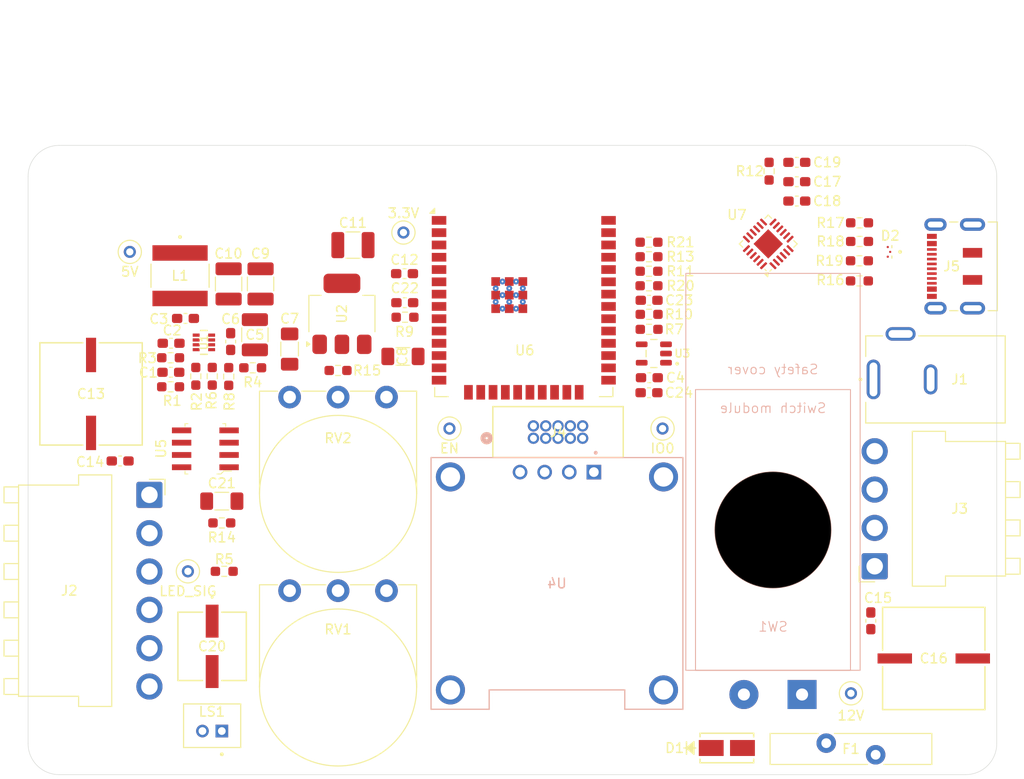
<source format=kicad_pcb>
(kicad_pcb (version 20241229) (generator "pcbnew") (generator_version "9.0")
  (title_block (title "LumenLab") (date "2025-10-03") (rev "v2") (comment 2 "             for retro gaming and visual animations.") (comment 3 "Description: An interactive LED strip entertainment platform") (comment 4 "Author: Eric McDaniel"))
  (layers (0 "F.Cu" mixed "Front") (2 "B.Cu" power "Back") (13 "F.Paste" user) (15 "B.Paste" user) (5 "F.SilkS" user "F.Silkscreen") (7 "B.SilkS" user "B.Silkscreen") (1 "F.Mask" user) (3 "B.Mask" user) (25 "Edge.Cuts" user))
  (net 0 "")
  (net 1 "Net-(C1-Pad1)")
  (net 2 "+5V")
  (net 3 "GND")
  (net 4 "+12V")
  (net 5 "/BUCK_BST")
  (net 6 "/BUCK_SS")
  (net 7 "+3.3V")
  (net 8 "/BUCK_FB")
  (net 9 "/BUCK_PG")
  (net 10 "/BUCK_EN")
  (net 11 "/BUCK_SW")
  (net 12 "/FUSE")
  (net 13 "Net-(U7-~{RST})")
  (net 14 "/ESP32_GPIO0")
  (net 15 "/LED_DIN")
  (net 16 "Net-(U3-Y)")
  (net 17 "Net-(U3-A)")
  (net 18 "/ESP32_GPIO18")
  (net 19 "/ESP32_GPIO34")
  (net 20 "/AMP_IN")
  (net 21 "/ESP32_EN")
  (net 22 "Net-(C20-Pad1)")
  (net 23 "/ESP32_GPIO14")
  (net 24 "/ESP32_GPIO15")
  (net 25 "/ESP32_GPIO25")
  (net 26 "/DATA-")
  (net 27 "/DATA+")
  (net 29 "Net-(C21-Pad2)")
  (net 31 "/ESP32_GPIO21")
  (net 32 "Net-(SW1-A)")
  (net 33 "/ESP32_GPIO12")
  (net 34 "/ESP32_GPIO13")
  (net 36 "/ESP32_GPIO22")
  (net 43 "Net-(J5-CC2)")
  (net 44 "Net-(J5-CC1)")
  (net 45 "Net-(C20-Pad2)")
  (net 48 "/ESP32_TX")
  (net 49 "Net-(U7-~{RTS})")
  (net 50 "Net-(U7-~{DTR})")
  (net 51 "/ESP32_RX")
  (net 52 "Net-(U7-TXD)")
  (net 53 "Net-(U7-RXD)")
  (net 54 "Net-(R15-Pad1)")
  (net 65 "Net-(D2-Pad2)")
  (net 66 "Net-(D2-Pad3)")
  (net 94 "Net-(U4-SDA)")
  (net 95 "Net-(U4-SCL)")
  (footprint "Resistor_SMD:R_0603_1608Metric_Pad0.98x0.95mm_HandSolder" (layer "F.Cu") (at 164.1 81.5 180)
    (property "Reference" "R13" (at -3.25 0 0) (layer "F.SilkS"))
    (property "Value" "1K" (hide yes))
    (pad "1" smd roundrect (at -0.9125 0 180) (size 0.975 0.95) (layers "F.Cu" "F.Mask" "F.Paste") (net 53 "Net-(U7-RXD)"))
    (pad "2" smd roundrect (at 0.9125 0 180) (size 0.975 0.95) (layers "F.Cu" "F.Mask" "F.Paste") (net 48 "/ESP32_TX"))
  )
  (footprint "2_Vendor_1264EY:IND_1264EY-6R8M=P3" (layer "F.Cu") (at 115.6875 83.4625 -90)
    (property "Reference" "L1" (at 0 0 180) (layer "F.SilkS"))
    (property "Value" "6.8uH" (hide yes))
    (pad "1" smd rect (at -2.35 0 270) (size 1.6 5.7) (layers "F.Cu" "F.Mask" "F.Paste") (net 2 "+5V"))
    (pad "2" smd rect (at 2.35 0 270) (size 1.6 5.7) (layers "F.Cu" "F.Mask" "F.Paste") (net 11 "/BUCK_SW"))
  )
  (footprint "Resistor_SMD:R_0603_1608Metric_Pad0.98x0.95mm_HandSolder" (layer "F.Cu") (at 185.8375 79.92 180)
    (property "Reference" "R18" (at 3 0 0) (layer "F.SilkS"))
    (property "Value" "22" (hide yes))
    (pad "1" smd roundrect (at -0.9125 0 180) (size 0.975 0.95) (layers "F.Cu" "F.Mask" "F.Paste") (net 65 "Net-(D2-Pad2)"))
    (pad "2" smd roundrect (at 0.9125 0 180) (size 0.975 0.95) (layers "F.Cu" "F.Mask" "F.Paste") (net 26 "/DATA-"))
  )
  (footprint "Capacitor_SMD:C_1206_3216Metric_Pad1.33x1.80mm_HandSolder" (layer "F.Cu") (at 138.7 91.8)
    (property "Reference" "C8" (at -0.0625 0 90) (layer "F.SilkS"))
    (property "Value" "4.7uF" (hide yes))
    (pad "1" smd roundrect (at -1.5625 0) (size 1.325 1.8) (layers "F.Cu" "F.Mask" "F.Paste") (roundrect_rratio 0.188679) (net 7 "+3.3V"))
    (pad "2" smd roundrect (at 1.5625 0) (size 1.325 1.8) (layers "F.Cu" "F.Mask" "F.Paste") (roundrect_rratio 0.188679) (net 3 "GND"))
  )
  (footprint "2_Vendor_BarrelJack:2_Vendor_BarrelJack" (layer "F.Cu") (at 193.175 94.175 90)
    (property "Reference" "J1" (at 0 3 180) (layer "F.SilkS"))
    (property "Value" "2.1mm Barrel Jack" (hide yes))
    (pad "1" thru_hole oval (at 0 -5.9 90) (size 4.1 1.4) (drill oval 3.5 0.8) (layers "*.Cu" "*.Mask") (net 32 "Net-(SW1-A)"))
    (pad "2" thru_hole oval (at 0 0 90) (size 3.1 1.4) (drill oval 2.5 0.8) (layers "*.Cu" "*.Mask") (net 3 "GND"))
    (pad "3" thru_hole oval (at 4.7 -3.1 90) (size 1.4 3.1) (drill oval 0.8 2.5) (layers "*.Cu" "*.Mask") (net 3 "GND"))
  )
  (footprint "2_Vendor_10TZV220M6:CAP_J-V_6P3X8_RUB-M" (layer "F.Cu") (at 119 121.75 -90)
    (property "Reference" "C20" (at 0 0 0) (layer "F.SilkS"))
    (property "Value" "250uF" (hide yes))
    (pad "1" smd rect (at -2.6035 0 270) (size 3.4036 1.3208) (layers "F.Cu" "F.Mask" "F.Paste") (net 22 "Net-(C20-Pad1)"))
    (pad "2" smd rect (at 2.6035 0 270) (size 3.4036 1.3208) (layers "F.Cu" "F.Mask" "F.Paste") (net 45 "Net-(C20-Pad2)"))
  )
  (footprint "Resistor_SMD:R_0603_1608Metric_Pad0.98x0.95mm_HandSolder" (layer "F.Cu") (at 176.5 72.6625 -90)
    (property "Reference" "R12" (at 0 2 180) (layer "F.SilkS"))
    (property "Value" "10K" (hide yes))
    (pad "1" smd roundrect (at -0.9125 0 270) (size 0.975 0.95) (layers "F.Cu" "F.Mask" "F.Paste") (net 13 "Net-(U7-~{RST})"))
    (pad "2" smd roundrect (at 0.9125 0 270) (size 0.975 0.95) (layers "F.Cu" "F.Mask" "F.Paste") (net 7 "+3.3V"))
  )
  (footprint "TestPoint:TestPoint_THTPad_D2.0mm_Drill1.0mm" (layer "F.Cu") (at 116.5 114)
    (property "Reference" "TP6" (hide yes))
    (property "Value" "LED_SIG" (at 0 2.05 0) (layer "F.SilkS"))
    (pad "1" thru_hole circle (at 0 0) (size 1.25 1.25) (drill 0.75) (layers "*.Cu" "*.Mask") (net 15 "/LED_DIN"))
  )
  (footprint "Capacitor_SMD:C_0603_1608Metric_Pad1.08x0.95mm_HandSolder" (layer "F.Cu") (at 179.3625 73.75)
    (property "Reference" "C17" (at 3.1375 0 180) (layer "F.SilkS"))
    (property "Value" "0.1uF" (hide yes))
    (pad "1" smd roundrect (at -0.8625 0) (size 1.075 0.95) (layers "F.Cu" "F.Mask" "F.Paste") (net 7 "+3.3V"))
    (pad "2" smd roundrect (at 0.8625 0) (size 1.075 0.95) (layers "F.Cu" "F.Mask" "F.Paste") (net 3 "GND"))
  )
  (footprint "Resistor_SMD:R_0603_1608Metric_Pad0.98x0.95mm_HandSolder" (layer "F.Cu") (at 185.825 81.92 180)
    (property "Reference" "R19" (at 3.0875 0 0) (layer "F.SilkS"))
    (property "Value" "22" (hide yes))
    (pad "1" smd roundrect (at -0.9125 0 180) (size 0.975 0.95) (layers "F.Cu" "F.Mask" "F.Paste") (net 66 "Net-(D2-Pad3)"))
    (pad "2" smd roundrect (at 0.9125 0 180) (size 0.975 0.95) (layers "F.Cu" "F.Mask" "F.Paste") (net 27 "/DATA+"))
  )
  (footprint "Capacitor_SMD:C_0603_1608Metric_Pad1.08x0.95mm_HandSolder" (layer "F.Cu") (at 164.1125 86 180)
    (property "Reference" "C23" (at -3.1125 0 0) (layer "F.SilkS"))
    (property "Value" "0.1uF" (hide yes))
    (pad "1" smd roundrect (at -0.8625 0 180) (size 1.075 0.95) (layers "F.Cu" "F.Mask" "F.Paste") (net 50 "Net-(U7-~{DTR})"))
    (pad "2" smd roundrect (at 0.8625 0 180) (size 1.075 0.95) (layers "F.Cu" "F.Mask" "F.Paste") (net 14 "/ESP32_GPIO0"))
  )
  (footprint "RF_Module:ESP32-WROOM-32E" (layer "F.Cu") (at 151.175 83.005)
    (property "Reference" "U6" (at -1 8.17 180) (layer "F.SilkS") (effects (justify left)))
    (property "Value" "ESP32-WROOM-32E" (hide yes))
    (pad "1" smd rect (at -8.75 -5.26) (size 1.5 0.9) (layers "F.Cu" "F.Mask" "F.Paste") (net 3 "GND"))
    (pad "2" smd rect (at -8.75 -3.99) (size 1.5 0.9) (layers "F.Cu" "F.Mask" "F.Paste") (net 7 "+3.3V"))
    (pad "3" smd rect (at -8.75 -2.72) (size 1.5 0.9) (layers "F.Cu" "F.Mask" "F.Paste") (net 21 "/ESP32_EN"))
    (pad "4" smd rect (at -8.75 -1.45) (size 1.5 0.9) (layers "F.Cu" "F.Mask" "F.Paste"))
    (pad "5" smd rect (at -8.75 -0.18) (size 1.5 0.9) (layers "F.Cu" "F.Mask" "F.Paste"))
    (pad "6" smd rect (at -8.75 1.09) (size 1.5 0.9) (layers "F.Cu" "F.Mask" "F.Paste") (net 19 "/ESP32_GPIO34"))
    (pad "7" smd rect (at -8.75 2.36) (size 1.5 0.9) (layers "F.Cu" "F.Mask" "F.Paste"))
    (pad "8" smd rect (at -8.75 3.63) (size 1.5 0.9) (layers "F.Cu" "F.Mask" "F.Paste"))
    (pad "9" smd rect (at -8.75 4.9) (size 1.5 0.9) (layers "F.Cu" "F.Mask" "F.Paste"))
    (pad "10" smd rect (at -8.75 6.17) (size 1.5 0.9) (layers "F.Cu" "F.Mask" "F.Paste") (net 25 "/ESP32_GPIO25"))
    (pad "11" smd rect (at -8.75 7.44) (size 1.5 0.9) (layers "F.Cu" "F.Mask" "F.Paste"))
    (pad "12" smd rect (at -8.75 8.71) (size 1.5 0.9) (layers "F.Cu" "F.Mask" "F.Paste"))
    (pad "13" smd rect (at -8.75 9.98) (size 1.5 0.9) (layers "F.Cu" "F.Mask" "F.Paste") (net 23 "/ESP32_GPIO14"))
    (pad "14" smd rect (at -8.75 11.25) (size 1.5 0.9) (layers "F.Cu" "F.Mask" "F.Paste") (net 33 "/ESP32_GPIO12"))
    (pad "15" smd rect (at -5.715 12.5 90) (size 1.5 0.9) (layers "F.Cu" "F.Mask" "F.Paste") (net 3 "GND"))
    (pad "16" smd rect (at -4.445 12.5 90) (size 1.5 0.9) (layers "F.Cu" "F.Mask" "F.Paste") (net 34 "/ESP32_GPIO13"))
    (pad "17" smd rect (at -3.175 12.5 90) (size 1.5 0.9) (layers "F.Cu" "F.Mask" "F.Paste"))
    (pad "18" smd rect (at -1.905 12.5 90) (size 1.5 0.9) (layers "F.Cu" "F.Mask" "F.Paste"))
    (pad "19" smd rect (at -0.635 12.5 90) (size 1.5 0.9) (layers "F.Cu" "F.Mask" "F.Paste"))
    (pad "20" smd rect (at 0.635 12.5 90) (size 1.5 0.9) (layers "F.Cu" "F.Mask" "F.Paste"))
    (pad "21" smd rect (at 1.905 12.5 90) (size 1.5 0.9) (layers "F.Cu" "F.Mask" "F.Paste"))
    (pad "22" smd rect (at 3.175 12.5 90) (size 1.5 0.9) (layers "F.Cu" "F.Mask" "F.Paste"))
    (pad "23" smd rect (at 4.445 12.5 90) (size 1.5 0.9) (layers "F.Cu" "F.Mask" "F.Paste") (net 24 "/ESP32_GPIO15"))
    (pad "24" smd rect (at 5.715 12.5 90) (size 1.5 0.9) (layers "F.Cu" "F.Mask" "F.Paste"))
    (pad "25" smd rect (at 8.75 11.25) (size 1.5 0.9) (layers "F.Cu" "F.Mask" "F.Paste") (net 14 "/ESP32_GPIO0"))
    (pad "26" smd rect (at 8.75 9.98) (size 1.5 0.9) (layers "F.Cu" "F.Mask" "F.Paste"))
    (pad "27" smd rect (at 8.75 8.71) (size 1.5 0.9) (layers "F.Cu" "F.Mask" "F.Paste"))
    (pad "28" smd rect (at 8.75 7.44) (size 1.5 0.9) (layers "F.Cu" "F.Mask" "F.Paste"))
    (pad "29" smd rect (at 8.75 6.17) (size 1.5 0.9) (layers "F.Cu" "F.Mask" "F.Paste"))
    (pad "30" smd rect (at 8.75 4.9) (size 1.5 0.9) (layers "F.Cu" "F.Mask" "F.Paste") (net 18 "/ESP32_GPIO18"))
    (pad "31" smd rect (at 8.75 3.63) (size 1.5 0.9) (layers "F.Cu" "F.Mask" "F.Paste"))
    (pad "32" smd rect (at 8.75 2.36) (size 1.5 0.9) (layers "F.Cu" "F.Mask" "F.Paste"))
    (pad "33" smd rect (at 8.75 1.09) (size 1.5 0.9) (layers "F.Cu" "F.Mask" "F.Paste") (net 31 "/ESP32_GPIO21"))
    (pad "34" smd rect (at 8.75 -0.18) (size 1.5 0.9) (layers "F.Cu" "F.Mask" "F.Paste") (net 51 "/ESP32_RX"))
    (pad "35" smd rect (at 8.75 -1.45) (size 1.5 0.9) (layers "F.Cu" "F.Mask" "F.Paste") (net 48 "/ESP32_TX"))
    (pad "36" smd rect (at 8.75 -2.72) (size 1.5 0.9) (layers "F.Cu" "F.Mask" "F.Paste") (net 36 "/ESP32_GPIO22"))
    (pad "37" smd rect (at 8.75 -3.99) (size 1.5 0.9) (layers "F.Cu" "F.Mask" "F.Paste"))
    (pad "38" smd rect (at 8.75 -5.26) (size 1.5 0.9) (layers "F.Cu" "F.Mask" "F.Paste") (net 3 "GND"))
    (pad "39" smd rect (at -2.9 1.06) (size 0.9 0.9) (property pad_prop_heatsink) (layers "F.Cu" "F.Mask" "F.Paste") (net 3 "GND"))
    (pad "39" thru_hole circle (at -2.9 1.76) (size 0.6 0.6) (drill 0.2) (property pad_prop_heatsink) (layers "*.Cu" "*.Mask") (net 3 "GND"))
    (pad "39" smd rect (at -2.9 2.46) (size 0.9 0.9) (property pad_prop_heatsink) (layers "F.Cu" "F.Mask" "F.Paste") (net 3 "GND"))
    (pad "39" thru_hole circle (at -2.9 3.16) (size 0.6 0.6) (drill 0.2) (property pad_prop_heatsink) (layers "*.Cu" "*.Mask") (net 3 "GND"))
    (pad "39" smd rect (at -2.9 3.86) (size 0.9 0.9) (property pad_prop_heatsink) (layers "F.Cu" "F.Mask" "F.Paste") (net 3 "GND"))
    (pad "39" thru_hole circle (at -2.2 1.06) (size 0.6 0.6) (drill 0.2) (property pad_prop_heatsink) (layers "*.Cu" "*.Mask") (net 3 "GND"))
    (pad "39" thru_hole circle (at -2.2 2.46) (size 0.6 0.6) (drill 0.2) (property pad_prop_heatsink) (layers "*.Cu" "*.Mask") (net 3 "GND"))
    (pad "39" thru_hole circle (at -2.2 3.86) (size 0.6 0.6) (drill 0.2) (property pad_prop_heatsink) (layers "*.Cu" "*.Mask") (net 3 "GND"))
    (pad "39" smd rect (at -1.5 1.06) (size 0.9 0.9) (property pad_prop_heatsink) (layers "F.Cu" "F.Mask" "F.Paste") (net 3 "GND"))
    (pad "39" thru_hole circle (at -1.5 1.76) (size 0.6 0.6) (drill 0.2) (property pad_prop_heatsink) (layers "*.Cu" "*.Mask") (net 3 "GND"))
    (pad "39" smd rect (at -1.5 2.46) (size 0.9 0.9) (property pad_prop_heatsink) (layers "F.Cu" "F.Mask" "F.Paste") (net 3 "GND"))
    (pad "39" thru_hole circle (at -1.5 3.16) (size 0.6 0.6) (drill 0.2) (property pad_prop_heatsink) (layers "*.Cu" "*.Mask") (net 3 "GND"))
    (pad "39" smd rect (at -1.5 3.86) (size 0.9 0.9) (property pad_prop_heatsink) (layers "F.Cu" "F.Mask" "F.Paste") (net 3 "GND"))
    (pad "39" thru_hole circle (at -0.8 1.06) (size 0.6 0.6) (drill 0.2) (property pad_prop_heatsink) (layers "*.Cu" "*.Mask") (net 3 "GND"))
    (pad "39" thru_hole circle (at -0.8 2.46) (size 0.6 0.6) (drill 0.2) (property pad_prop_heatsink) (layers "*.Cu" "*.Mask") (net 3 "GND"))
    (pad "39" thru_hole circle (at -0.8 3.86) (size 0.6 0.6) (drill 0.2) (property pad_prop_heatsink) (layers "*.Cu" "*.Mask") (net 3 "GND"))
    (pad "39" smd rect (at -0.1 1.06) (size 0.9 0.9) (property pad_prop_heatsink) (layers "F.Cu" "F.Mask" "F.Paste") (net 3 "GND"))
    (pad "39" thru_hole circle (at -0.1 1.76) (size 0.6 0.6) (drill 0.2) (property pad_prop_heatsink) (layers "*.Cu" "*.Mask") (net 3 "GND"))
    (pad "39" smd rect (at -0.1 2.46) (size 0.9 0.9) (property pad_prop_heatsink) (layers "F.Cu" "F.Mask" "F.Paste") (net 3 "GND"))
    (pad "39" thru_hole circle (at -0.1 3.16) (size 0.6 0.6) (drill 0.2) (property pad_prop_heatsink) (layers "*.Cu" "*.Mask") (net 3 "GND"))
    (pad "39" smd rect (at -0.1 3.86) (size 0.9 0.9) (property pad_prop_heatsink) (layers "F.Cu" "F.Mask" "F.Paste") (net 3 "GND"))
  )
  (footprint "2_Vendor_EMZS250ARA102:CAP_JA0_NIP" (layer "F.Cu") (at 193.5 123)
    (property "Reference" "C16" (at 0 0 0) (layer "F.SilkS"))
    (property "Value" "1000uF" (hide yes))
    (pad "1" smd rect (at -4.0259 0) (size 3.556 1.0414) (layers "F.Cu" "F.Mask" "F.Paste") (net 4 "+12V"))
    (pad "2" smd rect (at 4.0259 0) (size 3.556 1.0414) (layers "F.Cu" "F.Mask" "F.Paste") (net 3 "GND"))
  )
  (footprint "Resistor_SMD:R_0603_1608Metric_Pad0.98x0.95mm_HandSolder" (layer "F.Cu") (at 114.7125 94.9375 180)
    (property "Reference" "R1" (at -0.1625 -1.45 180) (layer "F.SilkS"))
    (property "Value" "90.9K" (hide yes))
    (pad "1" smd roundrect (at -0.9125 0 180) (size 0.975 0.95) (layers "F.Cu" "F.Mask" "F.Paste") (net 1 "Net-(C1-Pad1)"))
    (pad "2" smd roundrect (at 0.9125 0 180) (size 0.975 0.95) (layers "F.Cu" "F.Mask" "F.Paste") (net 2 "+5V"))
  )
  (footprint "2_Vendor_JTAG_Header:JTAG-header" (layer "F.Cu") (at 152.17 100.25)
    (property "Reference" "J4" (at 2.54 -0.635 0) (layer "F.SilkS"))
    (property "Value" "JTAG")
    (pad "1" thru_hole circle (at 0 0) (size 1.1684 1.1684) (drill 0.7112) (layers "*.Cu" "*.Mask") (net 7 "+3.3V"))
    (pad "2" thru_hole circle (at 0 -1.27) (size 1.1684 1.1684) (drill 0.7112) (layers "*.Cu" "*.Mask") (net 23 "/ESP32_GPIO14"))
    (pad "3" thru_hole circle (at 1.27 0) (size 1.1684 1.1684) (drill 0.7112) (layers "*.Cu" "*.Mask") (net 3 "GND"))
    (pad "4" thru_hole circle (at 1.27 -1.27) (size 1.1684 1.1684) (drill 0.7112) (layers "*.Cu" "*.Mask") (net 34 "/ESP32_GPIO13"))
    (pad "5" thru_hole circle (at 2.54 0) (size 1.1684 1.1684) (drill 0.7112) (layers "*.Cu" "*.Mask") (net 3 "GND"))
    (pad "6" thru_hole circle (at 2.54 -1.27) (size 1.1684 1.1684) (drill 0.7112) (layers "*.Cu" "*.Mask") (net 24 "/ESP32_GPIO15"))
    (pad "7" thru_hole circle (at 3.81 0) (size 1.1684 1.1684) (drill 0.7112) (layers "*.Cu" "*.Mask") (net 3 "GND"))
    (pad "8" thru_hole circle (at 3.81 -1.27) (size 1.1684 1.1684) (drill 0.7112) (layers "*.Cu" "*.Mask") (net 33 "/ESP32_GPIO12"))
    (pad "9" thru_hole circle (at 5.08 0) (size 1.1684 1.1684) (drill 0.7112) (layers "*.Cu" "*.Mask") (net 3 "GND"))
    (pad "10" thru_hole circle (at 5.08 -1.27) (size 1.1684 1.1684) (drill 0.7112) (layers "*.Cu" "*.Mask"))
  )
  (footprint "Resistor_SMD:R_0603_1608Metric_Pad0.98x0.95mm_HandSolder" (layer "F.Cu") (at 164.1 80)
    (property "Reference" "R21" (at 3.25 0 0) (layer "F.SilkS"))
    (property "Value" "4.7K" (hide yes))
    (pad "1" smd roundrect (at -0.9125 0) (size 0.975 0.95) (layers "F.Cu" "F.Mask" "F.Paste") (net 36 "/ESP32_GPIO22"))
    (pad "2" smd roundrect (at 0.9125 0) (size 0.975 0.95) (layers "F.Cu" "F.Mask" "F.Paste") (net 95 "Net-(U4-SCL)"))
  )
  (footprint "Package_TO_SOT_SMD:SOT-223-3_TabPin2" (layer "F.Cu") (at 132.4 87.4 90)
    (property "Reference" "U2" (at 0 0 90) (layer "F.SilkS"))
    (property "Value" "AP7361C-33E" (hide yes))
    (pad "1" smd roundrect (at -3.15 -2.3 90) (size 2 1.5) (layers "F.Cu" "F.Mask" "F.Paste") (net 2 "+5V"))
    (pad "2" smd roundrect (at -3.15 0 90) (size 2 1.5) (layers "F.Cu" "F.Mask" "F.Paste") (net 3 "GND"))
    (pad "2" smd roundrect (at 3.15 0 90) (size 2 3.8) (layers "F.Cu" "F.Mask" "F.Paste") (net 3 "GND"))
    (pad "3" smd roundrect (at -3.15 2.3 90) (size 2 1.5) (layers "F.Cu" "F.Mask" "F.Paste") (net 7 "+3.3V"))
  )
  (footprint "MountingHole:MountingHole_3.2mm_M3" (layer "F.Cu") (at 197.175 73)
    (property "Reference" "H1" (hide yes))
    (property "Value" "MountingHole" (hide yes))
    (pad "" np_thru_hole circle (at 0 0) (size 3.2 3.2) (drill 3.2) (layers "*.Cu" "*.Mask"))
  )
  (footprint "Resistor_SMD:R_0603_1608Metric_Pad0.98x0.95mm_HandSolder" (layer "F.Cu") (at 120.7125 93.875 -90)
    (property "Reference" "R8" (at 2.6 -0.075 90) (layer "F.SilkS"))
    (property "Value" "49.9K" (hide yes))
    (pad "1" smd roundrect (at -0.9125 0 270) (size 0.975 0.95) (layers "F.Cu" "F.Mask" "F.Paste") (net 10 "/BUCK_EN"))
    (pad "2" smd roundrect (at 0.9125 0 270) (size 0.975 0.95) (layers "F.Cu" "F.Mask" "F.Paste") (net 3 "GND"))
  )
  (footprint "Connector_JST:JST_VH_B4PS-VH_1x04_P3.96mm_Horizontal" (layer "F.Cu") (at 187.4 113.475 90)
    (property "Reference" "J3" (at 5.94 8.775 180) (layer "F.SilkS"))
    (property "Value" "01x04" (hide yes))
    (pad "1" thru_hole roundrect (at 0 0 90) (size 2.7 2.7) (drill 1.7) (layers "*.Cu" "*.Mask") (roundrect_rratio 0.092593) (net 4 "+12V"))
    (pad "2" thru_hole circle (at 3.96 0 90) (size 2.7 2.7) (drill 1.7) (layers "*.Cu" "*.Mask") (net 4 "+12V"))
    (pad "3" thru_hole circle (at 7.92 0 90) (size 2.7 2.7) (drill 1.7) (layers "*.Cu" "*.Mask") (net 3 "GND"))
    (pad "4" thru_hole circle (at 11.88 0 90) (size 2.7 2.7) (drill 1.7) (layers "*.Cu" "*.Mask") (net 3 "GND"))
  )
  (footprint "Capacitor_SMD:C_0603_1608Metric_Pad1.08x0.95mm_HandSolder" (layer "F.Cu") (at 138.8875 86.25)
    (property "Reference" "C22" (at 0 -1.5 0) (layer "F.SilkS"))
    (property "Value" "0.1uF" (hide yes))
    (pad "1" smd roundrect (at -0.8625 0) (size 1.075 0.95) (layers "F.Cu" "F.Mask" "F.Paste") (net 49 "Net-(U7-~{RTS})"))
    (pad "2" smd roundrect (at 0.8625 0) (size 1.075 0.95) (layers "F.Cu" "F.Mask" "F.Paste") (net 21 "/ESP32_EN"))
  )
  (footprint "Resistor_SMD:R_0603_1608Metric_Pad0.98x0.95mm_HandSolder" (layer "F.Cu") (at 185.825 84 180)
    (property "Reference" "R16" (at 3 0.0875 0) (layer "F.SilkS"))
    (property "Value" "5.1K" (hide yes))
    (pad "1" smd roundrect (at -0.9125 0 180) (size 0.975 0.95) (layers "F.Cu" "F.Mask" "F.Paste") (net 44 "Net-(J5-CC1)"))
    (pad "2" smd roundrect (at 0.9125 0 180) (size 0.975 0.95) (layers "F.Cu" "F.Mask" "F.Paste") (net 3 "GND"))
  )
  (footprint "Capacitor_SMD:C_0603_1608Metric_Pad1.08x0.95mm_HandSolder" (layer "F.Cu") (at 164.1 95.55)
    (property "Reference" "C24" (at 3.1 0 0) (layer "F.SilkS"))
    (property "Value" "0.1uF" (hide yes))
    (pad "1" smd roundrect (at -0.8625 0) (size 1.075 0.95) (layers "F.Cu" "F.Mask" "F.Paste") (net 2 "+5V"))
    (pad "2" smd roundrect (at 0.8625 0) (size 1.075 0.95) (layers "F.Cu" "F.Mask" "F.Paste") (net 3 "GND"))
  )
  (footprint "Capacitor_SMD:C_1206_3216Metric_Pad1.33x1.80mm_HandSolder" (layer "F.Cu") (at 120 106.75)
    (property "Reference" "C21" (at 0 -1.85 0) (layer "F.SilkS"))
    (property "Value" "0.05uF" (hide yes))
    (pad "1" smd roundrect (at -1.5625 0) (size 1.325 1.8) (layers "F.Cu" "F.Mask" "F.Paste") (roundrect_rratio 0.188679) (net 22 "Net-(C20-Pad1)"))
    (pad "2" smd roundrect (at 1.5625 0) (size 1.325 1.8) (layers "F.Cu" "F.Mask" "F.Paste") (roundrect_rratio 0.188679) (net 29 "Net-(C21-Pad2)"))
  )
  (footprint "TestPoint:TestPoint_THTPad_D2.0mm_Drill1.0mm" (layer "F.Cu") (at 165.5 99.25)
    (property "Reference" "TP3" (hide yes))
    (property "Value" "IO0" (at 0 2.05 0) (layer "F.SilkS"))
    (pad "1" thru_hole circle (at 0 0) (size 1.25 1.25) (drill 0.75) (layers "*.Cu" "*.Mask") (net 14 "/ESP32_GPIO0"))
  )
  (footprint "Capacitor_SMD:C_1210_3225Metric_Pad1.33x2.70mm_HandSolder" (layer "F.Cu") (at 120.7 84.3125 -90)
    (property "Reference" "C10" (at -3.1375 0.0125 0) (layer "F.SilkS"))
    (property "Value" "22uF" (hide yes))
    (pad "1" smd roundrect (at -1.5625 0 270) (size 1.325 2.7) (layers "F.Cu" "F.Mask" "F.Paste") (roundrect_rratio 0.188679) (net 2 "+5V"))
    (pad "2" smd roundrect (at 1.5625 0 270) (size 1.325 2.7) (layers "F.Cu" "F.Mask" "F.Paste") (roundrect_rratio 0.188679) (net 3 "GND"))
  )
  (footprint "Package_DFN_QFN:QFN-24-1EP_4x4mm_P0.5mm_EP2.15x2.15mm" (layer "F.Cu") (at 176.411325 80.175 135)
    (property "Reference" "U7" (at 4.409748 -0.167107 180) (layer "F.SilkS"))
    (property "Value" "CP2102N-Axx-xQFN24" (hide yes))
    (pad "1" smd roundrect (at -1.9375 -1.25 135) (size 0.875 0.25) (layers "F.Cu" "F.Mask" "F.Paste"))
    (pad "2" smd roundrect (at -1.937499 -0.75 135) (size 0.875 0.25) (layers "F.Cu" "F.Mask" "F.Paste") (net 3 "GND"))
    (pad "3" smd roundrect (at -1.9375 -0.25 135) (size 0.875 0.25) (layers "F.Cu" "F.Mask" "F.Paste") (net 27 "/DATA+"))
    (pad "4" smd roundrect (at -1.9375 0.25 135) (size 0.875 0.25) (layers "F.Cu" "F.Mask" "F.Paste") (net 26 "/DATA-"))
    (pad "5" smd roundrect (at -1.937499 0.75 135) (size 0.875 0.25) (layers "F.Cu" "F.Mask" "F.Paste") (net 7 "+3.3V"))
    (pad "6" smd roundrect (at -1.9375 1.25 135) (size 0.875 0.25) (layers "F.Cu" "F.Mask" "F.Paste") (net 7 "+3.3V"))
    (pad "7" smd roundrect (at -1.25 1.9375 135) (size 0.25 0.875) (layers "F.Cu" "F.Mask" "F.Paste"))
    (pad "8" smd roundrect (at -0.75 1.937499 135) (size 0.25 0.875) (layers "F.Cu" "F.Mask" "F.Paste") (net 2 "+5V"))
    (pad "9" smd roundrect (at -0.25 1.9375 135) (size 0.25 0.875) (layers "F.Cu" "F.Mask" "F.Paste") (net 13 "Net-(U7-~{RST})"))
    (pad "10" smd roundrect (at 0.25 1.9375 135) (size 0.25 0.875) (layers "F.Cu" "F.Mask" "F.Paste"))
    (pad "11" smd roundrect (at 0.75 1.937499 135) (size 0.25 0.875) (layers "F.Cu" "F.Mask" "F.Paste"))
    (pad "12" smd roundrect (at 1.25 1.9375 135) (size 0.25 0.875) (layers "F.Cu" "F.Mask" "F.Paste"))
    (pad "13" smd roundrect (at 1.9375 1.25 135) (size 0.875 0.25) (layers "F.Cu" "F.Mask" "F.Paste"))
    (pad "14" smd roundrect (at 1.937499 0.75 135) (size 0.875 0.25) (layers "F.Cu" "F.Mask" "F.Paste"))
    (pad "15" smd roundrect (at 1.9375 0.25 135) (size 0.875 0.25) (layers "F.Cu" "F.Mask" "F.Paste"))
    (pad "16" smd roundrect (at 1.9375 -0.25 135) (size 0.875 0.25) (layers "F.Cu" "F.Mask" "F.Paste"))
    (pad "17" smd roundrect (at 1.937499 -0.75 135) (size 0.875 0.25) (layers "F.Cu" "F.Mask" "F.Paste"))
    (pad "18" smd roundrect (at 1.9375 -1.25 135) (size 0.875 0.25) (layers "F.Cu" "F.Mask" "F.Paste"))
    (pad "19" smd roundrect (at 1.25 -1.9375 135) (size 0.25 0.875) (layers "F.Cu" "F.Mask" "F.Paste") (net 49 "Net-(U7-~{RTS})"))
    (pad "20" smd roundrect (at 0.75 -1.937499 135) (size 0.25 0.875) (layers "F.Cu" "F.Mask" "F.Paste") (net 53 "Net-(U7-RXD)"))
    (pad "21" smd roundrect (at 0.25 -1.9375 135) (size 0.25 0.875) (layers "F.Cu" "F.Mask" "F.Paste") (net 52 "Net-(U7-TXD)"))
    (pad "22" smd roundrect (at -0.25 -1.9375 135) (size 0.25 0.875) (layers "F.Cu" "F.Mask" "F.Paste"))
    (pad "23" smd roundrect (at -0.75 -1.937499 135) (size 0.25 0.875) (layers "F.Cu" "F.Mask" "F.Paste") (net 50 "Net-(U7-~{DTR})"))
    (pad "24" smd roundrect (at -1.25 -1.9375 135) (size 0.25 0.875) (layers "F.Cu" "F.Mask" "F.Paste"))
    (pad "25" smd rect (at 0 0 135) (size 2.15 2.15) (property pad_prop_heatsink) (layers "F.Cu" "F.Mask") (net 3 "GND"))
  )
  (footprint "Resistor_SMD:R_0603_1608Metric_Pad0.98x0.95mm_HandSolder" (layer "F.Cu") (at 120 109)
    (property "Reference" "R14" (at 0 1.5 0) (layer "F.SilkS"))
    (property "Value" "10" (hide yes))
    (pad "1" smd roundrect (at -0.9125 0) (size 0.975 0.95) (layers "F.Cu" "F.Mask" "F.Paste") (net 3 "GND"))
    (pad "2" smd roundrect (at 0.9125 0) (size 0.975 0.95) (layers "F.Cu" "F.Mask" "F.Paste") (net 29 "Net-(C21-Pad2)"))
  )
  (footprint "2_Custom_Potentiometer:Potentiometer" (layer "F.Cu") (at 127 96 -90)
    (property "Reference" "RV2" (at 4.25 -5 0) (layer "F.SilkS"))
    (property "Value" "10K LIN" (hide yes))
    (pad "" np_thru_hole circle (at 10 -5 270) (size 7.5 7.5) (drill 7.5) (layers "*.Cu" "*.Mask"))
    (pad "1" thru_hole circle (at 0 0 270) (size 2.34 2.34) (drill 1.3) (layers "*.Cu" "*.Mask") (net 3 "GND"))
    (pad "2" thru_hole circle (at 0 -5 270) (size 2.34 2.34) (drill 1.3) (layers "*.Cu" "*.Mask") (net 54 "Net-(R15-Pad1)"))
    (pad "3" thru_hole circle (at 0 -10 270) (size 2.34 2.34) (drill 1.3) (layers "*.Cu" "*.Mask") (net 7 "+3.3V"))
  )
  (footprint "Capacitor_SMD:C_0603_1608Metric_Pad1.08x0.95mm_HandSolder" (layer "F.Cu") (at 116.25 87.875)
    (property "Reference" "C3" (at -2.75 0.0625 180) (layer "F.SilkS"))
    (property "Value" "0.1uF" (hide yes))
    (pad "1" smd roundrect (at -0.8625 0) (size 1.075 0.95) (layers "F.Cu" "F.Mask" "F.Paste") (net 5 "/BUCK_BST"))
    (pad "2" smd roundrect (at 0.8625 0) (size 1.075 0.95) (layers "F.Cu" "F.Mask" "F.Paste") (net 11 "/BUCK_SW"))
  )
  (footprint "Resistor_SMD:R_0603_1608Metric_Pad0.98x0.95mm_HandSolder" (layer "F.Cu") (at 117.3125 93.85 -90)
    (property "Reference" "R2" (at 2.625 -0.1 270) (layer "F.SilkS"))
    (property "Value" "10K" (hide yes))
    (pad "1" smd roundrect (at -0.9125 0 270) (size 0.975 0.95) (layers "F.Cu" "F.Mask" "F.Paste") (net 8 "/BUCK_FB"))
    (pad "2" smd roundrect (at 0.9125 0 270) (size 0.975 0.95) (layers "F.Cu" "F.Mask" "F.Paste") (net 1 "Net-(C1-Pad1)"))
  )
  (footprint "Resistor_SMD:R_0603_1608Metric_Pad0.98x0.95mm_HandSolder" (layer "F.Cu") (at 138.9125 87.75)
    (property "Reference" "R9" (at -0.05 1.5 0) (layer "F.SilkS"))
    (property "Value" "10K" (hide yes))
    (pad "1" smd roundrect (at -0.9125 0) (size 0.975 0.95) (layers "F.Cu" "F.Mask" "F.Paste") (net 7 "+3.3V"))
    (pad "2" smd roundrect (at 0.9125 0) (size 0.975 0.95) (layers "F.Cu" "F.Mask" "F.Paste") (net 21 "/ESP32_EN"))
  )
  (footprint "Capacitor_SMD:C_0603_1608Metric_Pad1.08x0.95mm_HandSolder" (layer "F.Cu") (at 109.5 102.6)
    (property "Reference" "C14" (at -3.1 0.1 0) (layer "F.SilkS"))
    (property "Value" "0.1uF" (hide yes))
    (pad "1" smd roundrect (at -0.8625 0) (size 1.075 0.95) (layers "F.Cu" "F.Mask" "F.Paste") (net 4 "+12V"))
    (pad "2" smd roundrect (at 0.8625 0) (size 1.075 0.95) (layers "F.Cu" "F.Mask" "F.Paste") (net 3 "GND"))
  )
  (footprint "TestPoint:TestPoint_THTPad_D2.0mm_Drill1.0mm" (layer "F.Cu") (at 184.95 126.6)
    (property "Reference" "TP1")
    (property "Value" "12V" (at 0 2.3 0) (layer "F.SilkS"))
    (pad "1" thru_hole circle (at 0 0) (size 1.25 1.25) (drill 0.75) (layers "*.Cu" "*.Mask") (net 4 "+12V"))
  )
  (footprint "TestPoint:TestPoint_THTPad_D2.0mm_Drill1.0mm" (layer "F.Cu") (at 138.75 79)
    (property "Reference" "TP4" (hide yes))
    (property "Value" "3.3V" (at 0 -2 0) (layer "F.SilkS"))
    (pad "1" thru_hole circle (at 0 0) (size 1.25 1.25) (drill 0.75) (layers "*.Cu" "*.Mask") (net 7 "+3.3V"))
  )
  (footprint "2_Custom_JST-AudioSpeaker:JST_B2B-PH-K-S" (layer "F.Cu") (at 119 129.95)
    (property "Reference" "LS1" (at -0.025 -1.45 0) (layer "F.SilkS"))
    (property "Value" "Speaker" (hide yes))
    (pad "1" thru_hole rect (at 1 0.55) (size 1.308 1.308) (drill 0.8) (layers "*.Cu" "*.Mask") (net 45 "Net-(C20-Pad2)"))
    (pad "2" thru_hole circle (at -1 0.55) (size 1.308 1.308) (drill 0.8) (layers "*.Cu" "*.Mask") (net 3 "GND"))
  )
  (footprint "Fuse:Fuse_Bourns_MF-RG1000" (layer "F.Cu") (at 182.4 131.75)
    (property "Reference" "F1" (at 2.55 0.6 0) (layer "F.SilkS"))
    (property "Value" "Polyfuse" (hide yes))
    (pad "1" thru_hole circle (at 0 0) (size 2.01 2.01) (drill 1.01) (layers "*.Cu" "*.Mask") (net 12 "/FUSE"))
    (pad "2" thru_hole circle (at 5.1 1.2) (size 2.01 2.01) (drill 1.01) (layers "*.Cu" "*.Mask") (net 4 "+12V"))
  )
  (footprint "Capacitor_SMD:C_0603_1608Metric_Pad1.08x0.95mm_HandSolder" (layer "F.Cu") (at 120.9125 90.2625 90)
    (property "Reference" "C6" (at 2.325 0 180) (layer "F.SilkS"))
    (property "Value" "0.1uF" (hide yes))
    (pad "1" smd roundrect (at -0.8625 0 90) (size 1.075 0.95) (layers "F.Cu" "F.Mask" "F.Paste") (net 4 "+12V"))
    (pad "2" smd roundrect (at 0.8625 0 90) (size 1.075 0.95) (layers "F.Cu" "F.Mask" "F.Paste") (net 3 "GND"))
  )
  (footprint "Capacitor_SMD:C_0603_1608Metric_Pad1.08x0.95mm_HandSolder" (layer "F.Cu") (at 114.7375 93.4375 180)
    (property "Reference" "C1" (at 2.325 -0.0375 180) (layer "F.SilkS"))
    (property "Value" "300pF" (hide yes))
    (pad "1" smd roundrect (at -0.8625 0 180) (size 1.075 0.95) (layers "F.Cu" "F.Mask" "F.Paste") (net 1 "Net-(C1-Pad1)"))
    (pad "2" smd roundrect (at 0.8625 0 180) (size 1.075 0.95) (layers "F.Cu" "F.Mask" "F.Paste") (net 2 "+5V"))
  )
  (footprint "Resistor_SMD:R_0603_1608Metric_Pad0.98x0.95mm_HandSolder" (layer "F.Cu") (at 114.7125 91.9375 180)
    (property "Reference" "R3" (at 2.4 -0.0375 180) (layer "F.SilkS"))
    (property "Value" "10K" (hide yes))
    (pad "1" smd roundrect (at -0.9125 0 180) (size 0.975 0.95) (layers "F.Cu" "F.Mask" "F.Paste") (net 1 "Net-(C1-Pad1)"))
    (pad "2" smd roundrect (at 0.9125 0 180) (size 0.975 0.95) (layers "F.Cu" "F.Mask" "F.Paste") (net 3 "GND"))
  )
  (footprint "digikey-footprints:SOIC-8_W3.9mm" (layer "F.Cu") (at 118.3 101.345 90)
    (property "Reference" "U5" (at 0.01778 -4.56946 90) (layer "F.SilkS"))
    (property "Value" "LM386MX")
    (pad "1" smd rect (at -1.905 2.45 90) (size 0.6 2) (layers "F.Cu" "F.Mask" "F.Paste"))
    (pad "2" smd rect (at -0.635 2.45 90) (size 0.6 2) (layers "F.Cu" "F.Mask" "F.Paste") (net 3 "GND"))
    (pad "3" smd rect (at 0.635 2.45 90) (size 0.6 2) (layers "F.Cu" "F.Mask" "F.Paste") (net 20 "/AMP_IN"))
    (pad "4" smd rect (at 1.905 2.45 90) (size 0.6 2) (layers "F.Cu" "F.Mask" "F.Paste") (net 3 "GND"))
    (pad "5" smd rect (at 1.905 -2.45 90) (size 0.6 2) (layers "F.Cu" "F.Mask" "F.Paste") (net 22 "Net-(C20-Pad1)"))
    (pad "6" smd rect (at 0.635 -2.45 90) (size 0.6 2) (layers "F.Cu" "F.Mask" "F.Paste") (net 2 "+5V"))
    (pad "7" smd rect (at -0.635 -2.45 90) (size 0.6 2) (layers "F.Cu" "F.Mask" "F.Paste"))
    (pad "8" smd rect (at -1.905 -2.45 90) (size 0.6 2) (layers "F.Cu" "F.Mask" "F.Paste"))
  )
  (footprint "Resistor_SMD:R_0603_1608Metric_Pad0.98x0.95mm_HandSolder" (layer "F.Cu") (at 132 93.25)
    (property "Reference" "R15" (at 3 0 180) (layer "F.SilkS"))
    (property "Value" "1K" (hide yes))
    (pad "1" smd roundrect (at -0.9125 0) (size 0.975 0.95) (layers "F.Cu" "F.Mask" "F.Paste") (net 54 "Net-(R15-Pad1)"))
    (pad "2" smd roundrect (at 0.9125 0) (size 0.975 0.95) (layers "F.Cu" "F.Mask" "F.Paste") (net 19 "/ESP32_GPIO34"))
  )
  (footprint "2_Vendor_SMAJ12CA:SMASeries_LTF-M" (layer "F.Cu") (at 172.1371 132.25)
    (property "Reference" "D1" (at -5.3871 0 0) (layer "F.SilkS"))
    (property "Value" "SMAJ12CA" (hide yes))
    (pad "1" smd rect (at -1.6129 0 90) (size 1.651 2.5654) (layers "F.Cu" "F.Mask" "F.Paste") (net 3 "GND"))
    (pad "2" smd rect (at 1.6129 0 90) (size 1.651 2.5654) (layers "F.Cu" "F.Mask" "F.Paste") (net 12 "/FUSE"))
  )
  (footprint "MountingHole:MountingHole_3.2mm_M3" (layer "F.Cu") (at 197.175 132)
    (property "Reference" "H2" (hide yes))
    (property "Value" "MountingHole" (hide yes))
    (pad "" np_thru_hole circle (at 0 0) (size 3.2 3.2) (drill 3.2) (layers "*.Cu" "*.Mask"))
  )
  (footprint "Resistor_SMD:R_0603_1608Metric_Pad0.98x0.95mm_HandSolder" (layer "F.Cu") (at 164.1 84.5)
    (property "Reference" "R20" (at 3.2625 0 0) (layer "F.SilkS"))
    (property "Value" "4.7K" (hide yes))
    (pad "1" smd roundrect (at -0.9125 0) (size 0.975 0.95) (layers "F.Cu" "F.Mask" "F.Paste") (net 31 "/ESP32_GPIO21"))
    (pad "2" smd roundrect (at 0.9125 0) (size 0.975 0.95) (layers "F.Cu" "F.Mask" "F.Paste") (net 94 "Net-(U4-SDA)"))
  )
  (footprint "TestPoint:TestPoint_THTPad_D2.0mm_Drill1.0mm" (layer "F.Cu") (at 143.5 99.25)
    (property "Reference" "TP2" (hide yes))
    (property "Value" "EN" (at 0 2.05 0) (layer "F.SilkS"))
    (pad "1" thru_hole circle (at 0 0) (size 1.25 1.25) (drill 0.75) (layers "*.Cu" "*.Mask") (net 21 "/ESP32_EN"))
  )
  (footprint "Capacitor_SMD:C_0603_1608Metric_Pad1.08x0.95mm_HandSolder" (layer "F.Cu") (at 164.1375 94 180)
    (property "Reference" "C4" (at -2.7 0 0) (layer "F.SilkS"))
    (property "Value" "0.1uF" (hide yes))
    (pad "1" smd roundrect (at -0.8625 0 180) (size 1.075 0.95) (layers "F.Cu" "F.Mask" "F.Paste") (net 3 "GND"))
    (pad "2" smd roundrect (at 0.8625 0 180) (size 1.075 0.95) (layers "F.Cu" "F.Mask" "F.Paste") (net 2 "+5V"))
  )
  (footprint "Capacitor_SMD:C_1206_3216Metric_Pad1.33x1.80mm_HandSolder" (layer "F.Cu") (at 127 91.0375 -90)
    (property "Reference" "C7" (at -3.1375 0 180) (layer "F.SilkS"))
    (property "Value" "4.7uF" (hide yes))
    (pad "1" smd roundrect (at -1.5625 0 270) (size 1.325 1.8) (layers "F.Cu" "F.Mask" "F.Paste") (roundrect_rratio 0.188679) (net 2 "+5V"))
    (pad "2" smd roundrect (at 1.5625 0 270) (size 1.325 1.8) (layers "F.Cu" "F.Mask" "F.Paste") (roundrect_rratio 0.188679) (net 3 "GND"))
  )
  (footprint "Resistor_SMD:R_0603_1608Metric_Pad0.98x0.95mm_HandSolder" (layer "F.Cu") (at 120.25 114 180)
    (property "Reference" "R5" (at 0 1.25 180) (layer "F.SilkS"))
    (property "Value" "330" (hide yes))
    (pad "1" smd roundrect (at -0.9125 0 180) (size 0.975 0.95) (layers "F.Cu" "F.Mask" "F.Paste") (net 16 "Net-(U3-Y)"))
    (pad "2" smd roundrect (at 0.9125 0 180) (size 0.975 0.95) (layers "F.Cu" "F.Mask" "F.Paste") (net 15 "/LED_DIN"))
  )
  (footprint "2_Custom_Potentiometer:Potentiometer" (layer "F.Cu") (at 127 116 -90)
    (property "Reference" "RV1" (at 4 -5 180) (layer "F.SilkS"))
    (property "Value" "10K LOG" (hide yes))
    (pad "" np_thru_hole circle (at 10 -5 270) (size 7.5 7.5) (drill 7.5) (layers "*.Cu" "*.Mask"))
    (pad "1" thru_hole circle (at 0 0 270) (size 2.34 2.34) (drill 1.3) (layers "*.Cu" "*.Mask") (net 3 "GND"))
    (pad "2" thru_hole circle (at 0 -5 270) (size 2.34 2.34) (drill 1.3) (layers "*.Cu" "*.Mask") (net 20 "/AMP_IN"))
    (pad "3" thru_hole circle (at 0 -10 270) (size 2.34 2.34) (drill 1.3) (layers "*.Cu" "*.Mask") (net 25 "/ESP32_GPIO25"))
  )
  (footprint "Resistor_SMD:R_0603_1608Metric_Pad0.98x0.95mm_HandSolder" (layer "F.Cu") (at 185.8375 78 180)
    (property "Reference" "R17" (at 3 0 0) (layer "F.SilkS"))
    (property "Value" "5.1K" (hide yes))
    (pad "1" smd roundrect (at -0.9125 0 180) (size 0.975 0.95) (layers "F.Cu" "F.Mask" "F.Paste") (net 43 "Net-(J5-CC2)"))
    (pad "2" smd roundrect (at 0.9125 0 180) (size 0.975 0.95) (layers "F.Cu" "F.Mask" "F.Paste") (net 3 "GND"))
  )
  (footprint "2_Vendor_MP2338:MP2338_MNP-M" (layer "F.Cu") (at 118.15 90.350001 180)
    (property "Reference" "U1" (at 0 0 90) (layer "F.SilkS") (effects (font (size 0.8 0.8))))
    (property "Value" "MP2338" (hide yes))
    (pad "1" smd rect (at -0.8001 -0.750001 180) (size 0.7112 0.3302) (layers "F.Cu" "F.Mask" "F.Paste") (net 9 "/BUCK_PG"))
    (pad "2" smd rect (at -0.8001 -0.25 180) (size 0.7112 0.3302) (layers "F.Cu" "F.Mask" "F.Paste") (net 4 "+12V"))
    (pad "3" smd rect (at -0.8001 0.25 180) (size 0.7112 0.3302) (layers "F.Cu" "F.Mask" "F.Paste") (net 11 "/BUCK_SW"))
    (pad "4" smd rect (at -0.8001 0.750001 180) (size 0.7112 0.3302) (layers "F.Cu" "F.Mask" "F.Paste") (net 3 "GND"))
    (pad "5" smd rect (at 0.8001 0.750001 180) (size 0.7112 0.3302) (layers "F.Cu" "F.Mask" "F.Paste") (net 5 "/BUCK_BST"))
    (pad "6" smd rect (at 0.8001 0.25 180) (size 0.7112 0.3302) (layers "F.Cu" "F.Mask" "F.Paste") (net 10 "/BUCK_EN"))
    (pad "7" smd rect (at 0.8001 -0.25 180) (size 0.7112 0.3302) (layers "F.Cu" "F.Mask" "F.Paste") (net 6 "/BUCK_SS"))
    (pad "8" smd rect (at 0.8001 -0.750001 180) (size 0.7112 0.3302) (layers "F.Cu" "F.Mask" "F.Paste") (net 8 "/BUCK_FB"))
  )
  (footprint "Capacitor_SMD:C_1210_3225Metric_Pad1.33x2.70mm_HandSolder" (layer "F.Cu") (at 123.4125 89.5625 90)
    (property "Reference" "C5" (at 0 0 180) (layer "F.SilkS"))
    (property "Value" "22uF" (hide yes))
    (pad "1" smd roundrect (at -1.5625 0 90) (size 1.325 2.7) (layers "F.Cu" "F.Mask" "F.Paste") (roundrect_rratio 0.188679) (net 4 "+12V"))
    (pad "2" smd roundrect (at 1.5625 0 90) (size 1.325 2.7) (layers "F.Cu" "F.Mask" "F.Paste") (roundrect_rratio 0.188679) (net 3 "GND"))
  )
  (footprint "MountingHole:MountingHole_3.2mm_M3" (layer "F.Cu") (at 103 73)
    (property "Reference" "H3" (hide yes))
    (property "Value" "MountingHole" (hide yes))
    (pad "" np_thru_hole circle (at 0 0) (size 3.2 3.2) (drill 3.2) (layers "*.Cu" "*.Mask"))
  )
  (footprint "Resistor_SMD:R_0603_1608Metric_Pad0.98x0.95mm_HandSolder" (layer "F.Cu") (at 164.1125 89 180)
    (property "Reference" "R7" (at -2.5875 0 0) (layer "F.SilkS"))
    (property "Value" "33" (hide yes))
    (pad "1" smd roundrect (at -0.9125 0 180) (size 0.975 0.95) (layers "F.Cu" "F.Mask" "F.Paste") (net 17 "Net-(U3-A)"))
    (pad "2" smd roundrect (at 0.9125 0 180) (size 0.975 0.95) (layers "F.Cu" "F.Mask" "F.Paste") (net 18 "/ESP32_GPIO18"))
  )
  (footprint "Capacitor_SMD:C_0603_1608Metric_Pad1.08x0.95mm_HandSolder" (layer "F.Cu") (at 187 119.1125 90)
    (property "Reference" "C15" (at 2.3625 0.75 180) (layer "F.SilkS"))
    (property "Value" "0.1uF" (hide yes))
    (pad "1" smd roundrect (at -0.8625 0 90) (size 1.075 0.95) (layers "F.Cu" "F.Mask" "F.Paste") (net 4 "+12V"))
    (pad "2" smd roundrect (at 0.8625 0 90) (size 1.075 0.95) (layers "F.Cu" "F.Mask" "F.Paste") (net 3 "GND"))
  )
  (footprint "Capacitor_SMD:C_0603_1608Metric_Pad1.08x0.95mm_HandSolder" (layer "F.Cu") (at 179.3625 71.75)
    (property "Reference" "C19" (at 3.1375 0 180) (layer "F.SilkS"))
    (property "Value" "0.1uF" (hide yes))
    (pad "1" smd roundrect (at -0.8625 0) (size 1.075 0.95) (layers "F.Cu" "F.Mask" "F.Paste") (net 13 "Net-(U7-~{RST})"))
    (pad "2" smd roundrect (at 0.8625 0) (size 1.075 0.95) (layers "F.Cu" "F.Mask" "F.Paste") (net 3 "GND"))
  )
  (footprint "Capacitor_SMD:C_0603_1608Metric_Pad1.08x0.95mm_HandSolder" (layer "F.Cu") (at 179.3625 75.75)
    (property "Reference" "C18" (at 3.1375 0 180) (layer "F.SilkS"))
    (property "Value" "0.1uF" (hide yes))
    (pad "1" smd roundrect (at -0.8625 0) (size 1.075 0.95) (layers "F.Cu" "F.Mask" "F.Paste") (net 7 "+3.3V"))
    (pad "2" smd roundrect (at 0.8625 0) (size 1.075 0.95) (layers "F.Cu" "F.Mask" "F.Paste") (net 3 "GND"))
  )
  (footprint "Capacitor_SMD:C_0603_1608Metric_Pad1.08x0.95mm_HandSolder" (layer "F.Cu") (at 138.8625 83.25)
    (property "Reference" "C12" (at 0 -1.43 0) (layer "F.SilkS"))
    (property "Value" "0.1uF" (hide yes))
    (pad "1" smd roundrect (at -0.8625 0) (size 1.075 0.95) (layers "F.Cu" "F.Mask" "F.Paste") (net 7 "+3.3V"))
    (pad "2" smd roundrect (at 0.8625 0) (size 1.075 0.95) (layers "F.Cu" "F.Mask" "F.Paste") (net 3 "GND"))
  )
  (footprint "Connector_USB:USB_C_Receptacle_JAE_DX07S016JA1R1500" (layer "F.Cu") (at 196.35 82.495 90)
    (property "Reference" "J5" (at 0 -1 180) (layer "F.SilkS"))
    (property "Value" "USB_C_Receptacle_USB2.0_16P" (hide yes))
    (pad "" np_thru_hole circle (at -3 -1.95 90) (size 0.6 0.6) (drill 0.6) (layers "*.Cu" "*.Mask"))
    (pad "" smd rect (at -1.4 1.15 90) (size 1 2) (layers "F.Cu" "F.Mask" "F.Paste"))
    (pad "" smd rect (at 1.4 1.15 90) (size 1 2) (layers "F.Cu" "F.Mask" "F.Paste"))
    (pad "" np_thru_hole oval (at 3 -1.95 90) (size 0.85 0.6) (drill oval 0.85 0.6) (layers "*.Cu" "*.Mask"))
    (pad "A1" smd rect (at -3.1 -3.05 90) (size 0.52 1) (layers "F.Cu" "F.Mask" "F.Paste") (net 3 "GND"))
    (pad "A4" smd rect (at -2.35 -3.05 90) (size 0.52 1) (layers "F.Cu" "F.Mask" "F.Paste"))
    (pad "A5" smd rect (at -1.75 -3.05 90) (size 0.27 1) (layers "F.Cu" "F.Mask" "F.Paste") (net 44 "Net-(J5-CC1)"))
    (pad "A6" smd rect (at -0.25 -3.05 90) (size 0.27 1) (layers "F.Cu" "F.Mask" "F.Paste") (net 66 "Net-(D2-Pad3)"))
    (pad "A7" smd rect (at 0.75 -3.05 90) (size 0.27 1) (layers "F.Cu" "F.Mask" "F.Paste") (net 65 "Net-(D2-Pad2)"))
    (pad "A8" smd rect (at 1.75 -3.05 90) (size 0.27 1) (layers "F.Cu" "F.Mask" "F.Paste"))
    (pad "A9" smd rect (at 2.35 -3.05 90) (size 0.52 1) (layers "F.Cu" "F.Mask" "F.Paste"))
    (pad "A12" smd rect (at 3.1 -3.05 90) (size 0.52 1) (layers "F.Cu" "F.Mask" "F.Paste") (net 3 "GND"))
    (pad "B1" smd rect (at 3.1 -3.05 90) (size 0.52 1) (layers "F.Cu" "F.Mask" "F.Paste") (net 3 "GND"))
    (pad "B4" smd rect (at 2.35 -3.05 90) (size 0.52 1) (layers "F.Cu" "F.Mask" "F.Paste"))
    (pad "B5" smd rect (at 1.25 -3.05 90) (size 0.27 1) (layers "F.Cu" "F.Mask" "F.Paste") (net 43 "Net-(J5-CC2)"))
    (pad "B6" smd rect (at 0.25 -3.05 90) (size 0.27 1) (layers "F.Cu" "F.Mask" "F.Paste") (net 66 "Net-(D2-Pad3)"))
    (pad "B7" smd rect (at -0.75 -3.05 90) (size 0.27 1) (layers "F.Cu" "F.Mask" "F.Paste") (net 65 "Net-(D2-Pad2)"))
    (pad "B8" smd rect (at -1.25 -3.05 90) (size 0.27 1) (layers "F.Cu" "F.Mask" "F.Paste"))
    (pad "B9" smd rect (at -2.35 -3.05 90) (size 0.52 1) (layers "F.Cu" "F.Mask" "F.Paste"))
    (pad "B12" smd rect (at -3.1 -3.05 90) (size 0.52 1) (layers "F.Cu" "F.Mask" "F.Paste") (net 3 "GND"))
    (pad "S1" thru_hole oval (at -4.32 -2.675 90) (size 1.3 2.3) (drill oval 0.6 1.6) (property pad_prop_heatsink) (layers "*.Cu" "*.Mask"))
    (pad "S1" thru_hole oval (at -4.32 1.15 90) (size 1.3 2.6) (drill oval 0.6 1.9) (property pad_prop_heatsink) (layers "*.Cu" "*.Mask"))
    (pad "S1" thru_hole oval (at 4.32 -2.675 90) (size 1.3 2.3) (drill oval 0.6 1.6) (property pad_prop_heatsink) (layers "*.Cu" "*.Mask"))
    (pad "S1" thru_hole oval (at 4.32 1.15 90) (size 1.3 2.6) (drill oval 0.6 1.9) (property pad_prop_heatsink) (layers "*.Cu" "*.Mask"))
  )
  (footprint "Capacitor_SMD:C_1210_3225Metric_Pad1.33x2.70mm_HandSolder" (layer "F.Cu") (at 133.5375 80.3)
    (property "Reference" "C11" (at 0 -2.3 0) (layer "F.SilkS"))
    (property "Value" "22uF" (hide yes))
    (pad "1" smd roundrect (at -1.5625 0) (size 1.325 2.7) (layers "F.Cu" "F.Mask" "F.Paste") (roundrect_rratio 0.188679) (net 3 "GND"))
    (pad "2" smd roundrect (at 1.5625 0) (size 1.325 2.7) (layers "F.Cu" "F.Mask" "F.Paste") (roundrect_rratio 0.188679) (net 7 "+3.3V"))
  )
  (footprint "TestPoint:TestPoint_THTPad_D2.0mm_Drill1.0mm" (layer "F.Cu") (at 110.5 81)
    (property "Reference" "TP5" (hide yes))
    (property "Value" "5V" (at 0 2.05 0) (layer "F.SilkS"))
    (pad "1" thru_hole circle (at 0 0) (size 1.25 1.25) (drill 0.75) (layers "*.Cu" "*.Mask") (net 2 "+5V"))
  )
  (footprint "MountingHole:MountingHole_3.2mm_M3" (layer "F.Cu") (at 103 132)
    (property "Reference" "H4" (hide yes))
    (property "Value" "MountingHole" (hide yes))
    (pad "" np_thru_hole circle (at 0 0) (size 3.2 3.2) (drill 3.2) (layers "*.Cu" "*.Mask"))
  )
  (footprint "Capacitor_SMD:C_0603_1608Metric_Pad1.08x0.95mm_HandSolder" (layer "F.Cu") (at 114.7625 90.4375)
    (property "Reference" "C2" (at 0.1125 -1.325 180) (layer "F.SilkS"))
    (property "Value" "22nF" (hide yes))
    (pad "1" smd roundrect (at -0.8625 0) (size 1.075 0.95) (layers "F.Cu" "F.Mask" "F.Paste") (net 3 "GND"))
    (pad "2" smd roundrect (at 0.8625 0) (size 1.075 0.95) (layers "F.Cu" "F.Mask" "F.Paste") (net 6 "/BUCK_SS"))
  )
  (footprint "Resistor_SMD:R_0603_1608Metric_Pad0.98x0.95mm_HandSolder" (layer "F.Cu") (at 123.1875 92.975 180)
    (property "Reference" "R4" (at 0 -1.5 0) (layer "F.SilkS"))
    (property "Value" "191K" (hide yes))
    (pad "1" smd roundrect (at -0.9125 0 180) (size 0.975 0.95) (layers "F.Cu" "F.Mask" "F.Paste") (net 4 "+12V"))
    (pad "2" smd roundrect (at 0.9125 0 180) (size 0.975 0.95) (layers "F.Cu" "F.Mask" "F.Paste") (net 10 "/BUCK_EN"))
  )
  (footprint "Connector_JST:JST_VH_B6PS-VH_1x06_P3.96mm_Horizontal" (layer "F.Cu") (at 112.525 106.1 -90)
    (property "Reference" "J2" (at 9.9 8.275 180) (layer "F.SilkS"))
    (property "Value" "01x06" (hide yes))
    (pad "1" thru_hole roundrect (at 0 0 270) (size 2.7 2.7) (drill 1.7) (layers "*.Cu" "*.Mask") (roundrect_rratio 0.092593) (net 4 "+12V"))
    (pad "2" thru_hole circle (at 3.96 0 270) (size 2.7 2.7) (drill 1.7) (layers "*.Cu" "*.Mask") (net 4 "+12V"))
    (pad "3" thru_hole circle (at 7.92 0 270) (size 2.7 2.7) (drill 1.7) (layers "*.Cu" "*.Mask") (net 15 "/LED_DIN"))
    (pad "4" thru_hole circle (at 11.88 0 270) (size 2.7 2.7) (drill 1.7) (layers "*.Cu" "*.Mask") (net 15 "/LED_DIN"))
    (pad "5" thru_hole circle (at 15.84 0 270) (size 2.7 2.7) (drill 1.7) (layers "*.Cu" "*.Mask") (net 3 "GND"))
    (pad "6" thru_hole circle (at 19.8 0 270) (size 2.7 2.7) (drill 1.7) (layers "*.Cu" "*.Mask") (net 3 "GND"))
  )
  (footprint "Resistor_SMD:R_0603_1608Metric_Pad0.98x0.95mm_HandSolder" (layer "F.Cu") (at 119.0125 93.85 -90)
    (property "Reference" "R6" (at 2.499 0.076 270) (layer "F.SilkS"))
    (property "Value" "10K" (hide yes))
    (pad "1" smd roundrect (at -0.9125 0 270) (size 0.975 0.95) (layers "F.Cu" "F.Mask" "F.Paste") (net 9 "/BUCK_PG"))
    (pad "2" smd roundrect (at 0.9125 0 270) (size 0.975 0.95) (layers "F.Cu" "F.Mask" "F.Paste") (net 2 "+5V"))
  )
  (footprint "2_Vendor_SN74AHCT1G125:SOT95P280X145-5N" (layer "F.Cu") (at 164.6 91.5 180)
    (property "Reference" "U3" (at -2.9375 0 0) (layer "F.SilkS") (effects (font (size 0.8 0.8))))
    (property "Value" "SN74AHCT1G125" (hide yes))
    (pad "1" smd roundrect (at -1.255 -0.95 180) (size 1.21 0.59) (layers "F.Cu" "F.Mask" "F.Paste") (net 3 "GND"))
    (pad "2" smd roundrect (at -1.255 0 180) (size 1.21 0.59) (layers "F.Cu" "F.Mask" "F.Paste") (net 17 "Net-(U3-A)"))
    (pad "3" smd roundrect (at -1.255 0.95 180) (size 1.21 0.59) (layers "F.Cu" "F.Mask" "F.Paste") (net 3 "GND"))
    (pad "4" smd roundrect (at 1.255 0.95 180) (size 1.21 0.59) (layers "F.Cu" "F.Mask" "F.Paste") (net 16 "Net-(U3-Y)"))
    (pad "5" smd roundrect (at 1.255 -0.95 180) (size 1.21 0.59) (layers "F.Cu" "F.Mask" "F.Paste") (net 2 "+5V"))
  )
  (footprint "Capacitor_SMD:C_1210_3225Metric_Pad1.33x2.70mm_HandSolder" (layer "F.Cu") (at 124 84.3125 -90)
    (property "Reference" "C9" (at -3.1375 0.0125 0) (layer "F.SilkS"))
    (property "Value" "22uF" (hide yes))
    (pad "1" smd roundrect (at -1.5625 0 270) (size 1.325 2.7) (layers "F.Cu" "F.Mask" "F.Paste") (roundrect_rratio 0.188679) (net 2 "+5V"))
    (pad "2" smd roundrect (at 1.5625 0 270) (size 1.325 2.7) (layers "F.Cu" "F.Mask" "F.Paste") (roundrect_rratio 0.188679) (net 3 "GND"))
  )
  (footprint "2_Vendor_ESD122:DIO_ESD122DMYR" (layer "F.Cu") (at 188.875 81 180)
    (property "Reference" "D2" (at -0.125 1.67 0) (layer "F.SilkS"))
    (property "Value" "ESD122DMYR" (hide yes))
    (pad "1" smd custom (at -0.125 0 180) (size 0.05 0.05) (layers "F.Cu") (net 3 "GND") (options (clearance outline) (anchor rect)) (primitives (gr_poly (pts (xy 0.1 -0.05) (xy 0.1 0.05) (xy 0.1 0.053) (xy 0.1 0.055) (xy 0.099 0.058) (xy 0.099 0.06) (xy 0.098 0.063) (xy 0.098 0.065) (xy 0.097 0.068) (xy 0.096 0.07) (xy 0.095 0.073) (xy 0.093 0.075) (xy 0.092 0.077) (xy 0.09 0.079) (xy 0.089 0.081) (xy 0.087 0.083) (xy 0.085 0.085) (xy 0.083 0.087) (xy 0.081 0.089) (xy 0.079 0.09) (xy 0.077 0.092) (xy 0.075 0.093) (xy 0.073 0.095) (xy 0.07 0.096) (xy 0.068 0.097) (xy 0.065 0.098) (xy 0.063 0.098) (xy 0.06 0.099) (xy 0.058 0.099) (xy 0.055 0.1) (xy 0.053 0.1) (xy 0.05 0.1) (xy -0.05 0.1) (xy -0.053 0.1) (xy -0.055 0.1) (xy -0.058 0.099) (xy -0.06 0.099) (xy -0.063 0.098) (xy -0.065 0.098) (xy -0.068 0.097) (xy -0.07 0.096) (xy -0.073 0.095) (xy -0.075 0.093) (xy -0.077 0.092) (xy -0.079 0.09) (xy -0.081 0.089) (xy -0.083 0.087) (xy -0.085 0.085) (xy -0.087 0.083) (xy -0.089 0.081) (xy -0.09 0.079) (xy -0.092 0.077) (xy -0.093 0.075) (xy -0.095 0.073) (xy -0.096 0.07) (xy -0.097 0.068) (xy -0.098 0.065) (xy -0.098 0.063) (xy -0.099 0.06) (xy -0.099 0.058) (xy -0.1 0.055) (xy -0.1 0.053) (xy -0.1 0.05) (xy -0.1 -0.05) (xy -0.1 -0.053) (xy -0.1 -0.055) (xy -0.099 -0.058) (xy -0.099 -0.06) (xy -0.098 -0.063) (xy -0.098 -0.065) (xy -0.097 -0.068) (xy -0.096 -0.07) (xy -0.095 -0.073) (xy -0.093 -0.075) (xy -0.092 -0.077) (xy -0.09 -0.079) (xy -0.089 -0.081) (xy -0.087 -0.083) (xy -0.085 -0.085) (xy -0.083 -0.087) (xy -0.081 -0.089) (xy -0.079 -0.09) (xy -0.077 -0.092) (xy -0.075 -0.093) (xy -0.073 -0.095) (xy -0.07 -0.096) (xy -0.068 -0.097) (xy -0.065 -0.098) (xy -0.063 -0.098) (xy -0.06 -0.099) (xy -0.058 -0.099) (xy -0.055 -0.1) (xy -0.053 -0.1) (xy -0.05 -0.1) (xy 0.05 -0.1) (xy 0.053 -0.1) (xy 0.055 -0.1) (xy 0.058 -0.099) (xy 0.06 -0.099) (xy 0.063 -0.098) (xy 0.065 -0.098) (xy 0.068 -0.097) (xy 0.07 -0.096) (xy 0.073 -0.095) (xy 0.075 -0.093) (xy 0.077 -0.092) (xy 0.079 -0.09) (xy 0.081 -0.089) (xy 0.083 -0.087) (xy 0.085 -0.085) (xy 0.087 -0.083) (xy 0.089 -0.081) (xy 0.09 -0.079) (xy 0.092 -0.077) (xy 0.093 -0.075) (xy 0.095 -0.073) (xy 0.096 -0.07) (xy 0.097 -0.068) (xy 0.098 -0.065) (xy 0.098 -0.063) (xy 0.099 -0.06) (xy 0.099 -0.058) (xy 0.1 -0.055) (xy 0.1 -0.053) (xy 0.1 -0.05)) (width 0.01) (fill yes))))
    (pad "2" smd custom (at 0.125 0.5 180) (size 0.05 0.05) (layers "F.Cu") (net 65 "Net-(D2-Pad2)") (options (clearance outline) (anchor rect)) (primitives (gr_poly (pts (xy 0.1 -0.05) (xy 0.1 0.05) (xy 0.1 0.053) (xy 0.1 0.055) (xy 0.099 0.058) (xy 0.099 0.06) (xy 0.098 0.063) (xy 0.098 0.065) (xy 0.097 0.068) (xy 0.096 0.07) (xy 0.095 0.073) (xy 0.093 0.075) (xy 0.092 0.077) (xy 0.09 0.079) (xy 0.089 0.081) (xy 0.087 0.083) (xy 0.085 0.085) (xy 0.083 0.087) (xy 0.081 0.089) (xy 0.079 0.09) (xy 0.077 0.092) (xy 0.075 0.093) (xy 0.073 0.095) (xy 0.07 0.096) (xy 0.068 0.097) (xy 0.065 0.098) (xy 0.063 0.098) (xy 0.06 0.099) (xy 0.058 0.099) (xy 0.055 0.1) (xy 0.053 0.1) (xy 0.05 0.1) (xy -0.05 0.1) (xy -0.053 0.1) (xy -0.055 0.1) (xy -0.058 0.099) (xy -0.06 0.099) (xy -0.063 0.098) (xy -0.065 0.098) (xy -0.068 0.097) (xy -0.07 0.096) (xy -0.073 0.095) (xy -0.075 0.093) (xy -0.077 0.092) (xy -0.079 0.09) (xy -0.081 0.089) (xy -0.083 0.087) (xy -0.085 0.085) (xy -0.087 0.083) (xy -0.089 0.081) (xy -0.09 0.079) (xy -0.092 0.077) (xy -0.093 0.075) (xy -0.095 0.073) (xy -0.096 0.07) (xy -0.097 0.068) (xy -0.098 0.065) (xy -0.098 0.063) (xy -0.099 0.06) (xy -0.099 0.058) (xy -0.1 0.055) (xy -0.1 0.053) (xy -0.1 0.05) (xy -0.1 -0.05) (xy -0.1 -0.053) (xy -0.1 -0.055) (xy -0.099 -0.058) (xy -0.099 -0.06) (xy -0.098 -0.063) (xy -0.098 -0.065) (xy -0.097 -0.068) (xy -0.096 -0.07) (xy -0.095 -0.073) (xy -0.093 -0.075) (xy -0.092 -0.077) (xy -0.09 -0.079) (xy -0.089 -0.081) (xy -0.087 -0.083) (xy -0.085 -0.085) (xy -0.083 -0.087) (xy -0.081 -0.089) (xy -0.079 -0.09) (xy -0.077 -0.092) (xy -0.075 -0.093) (xy -0.073 -0.095) (xy -0.07 -0.096) (xy -0.068 -0.097) (xy -0.065 -0.098) (xy -0.063 -0.098) (xy -0.06 -0.099) (xy -0.058 -0.099) (xy -0.055 -0.1) (xy -0.053 -0.1) (xy -0.05 -0.1) (xy 0.05 -0.1) (xy 0.053 -0.1) (xy 0.055 -0.1) (xy 0.058 -0.099) (xy 0.06 -0.099) (xy 0.063 -0.098) (xy 0.065 -0.098) (xy 0.068 -0.097) (xy 0.07 -0.096) (xy 0.073 -0.095) (xy 0.075 -0.093) (xy 0.077 -0.092) (xy 0.079 -0.09) (xy 0.081 -0.089) (xy 0.083 -0.087) (xy 0.085 -0.085) (xy 0.087 -0.083) (xy 0.089 -0.081) (xy 0.09 -0.079) (xy 0.092 -0.077) (xy 0.093 -0.075) (xy 0.095 -0.073) (xy 0.096 -0.07) (xy 0.097 -0.068) (xy 0.098 -0.065) (xy 0.098 -0.063) (xy 0.099 -0.06) (xy 0.099 -0.058) (xy 0.1 -0.055) (xy 0.1 -0.053) (xy 0.1 -0.05)) (width 0.01) (fill yes))))
    (pad "3" smd custom (at 0.125 -0.5 180) (size 0.05 0.05) (layers "F.Cu") (net 66 "Net-(D2-Pad3)") (options (clearance outline) (anchor rect)) (primitives (gr_poly (pts (xy 0.1 -0.05) (xy 0.1 0.05) (xy 0.1 0.053) (xy 0.1 0.055) (xy 0.099 0.058) (xy 0.099 0.06) (xy 0.098 0.063) (xy 0.098 0.065) (xy 0.097 0.068) (xy 0.096 0.07) (xy 0.095 0.073) (xy 0.093 0.075) (xy 0.092 0.077) (xy 0.09 0.079) (xy 0.089 0.081) (xy 0.087 0.083) (xy 0.085 0.085) (xy 0.083 0.087) (xy 0.081 0.089) (xy 0.079 0.09) (xy 0.077 0.092) (xy 0.075 0.093) (xy 0.073 0.095) (xy 0.07 0.096) (xy 0.068 0.097) (xy 0.065 0.098) (xy 0.063 0.098) (xy 0.06 0.099) (xy 0.058 0.099) (xy 0.055 0.1) (xy 0.053 0.1) (xy 0.05 0.1) (xy -0.05 0.1) (xy -0.053 0.1) (xy -0.055 0.1) (xy -0.058 0.099) (xy -0.06 0.099) (xy -0.063 0.098) (xy -0.065 0.098) (xy -0.068 0.097) (xy -0.07 0.096) (xy -0.073 0.095) (xy -0.075 0.093) (xy -0.077 0.092) (xy -0.079 0.09) (xy -0.081 0.089) (xy -0.083 0.087) (xy -0.085 0.085) (xy -0.087 0.083) (xy -0.089 0.081) (xy -0.09 0.079) (xy -0.092 0.077) (xy -0.093 0.075) (xy -0.095 0.073) (xy -0.096 0.07) (xy -0.097 0.068) (xy -0.098 0.065) (xy -0.098 0.063) (xy -0.099 0.06) (xy -0.099 0.058) (xy -0.1 0.055) (xy -0.1 0.053) (xy -0.1 0.05) (xy -0.1 -0.05) (xy -0.1 -0.053) (xy -0.1 -0.055) (xy -0.099 -0.058) (xy -0.099 -0.06) (xy -0.098 -0.063) (xy -0.098 -0.065) (xy -0.097 -0.068) (xy -0.096 -0.07) (xy -0.095 -0.073) (xy -0.093 -0.075) (xy -0.092 -0.077) (xy -0.09 -0.079) (xy -0.089 -0.081) (xy -0.087 -0.083) (xy -0.085 -0.085) (xy -0.083 -0.087) (xy -0.081 -0.089) (xy -0.079 -0.09) (xy -0.077 -0.092) (xy -0.075 -0.093) (xy -0.073 -0.095) (xy -0.07 -0.096) (xy -0.068 -0.097) (xy -0.065 -0.098) (xy -0.063 -0.098) (xy -0.06 -0.099) (xy -0.058 -0.099) (xy -0.055 -0.1) (xy -0.053 -0.1) (xy -0.05 -0.1) (xy 0.05 -0.1) (xy 0.053 -0.1) (xy 0.055 -0.1) (xy 0.058 -0.099) (xy 0.06 -0.099) (xy 0.063 -0.098) (xy 0.065 -0.098) (xy 0.068 -0.097) (xy 0.07 -0.096) (xy 0.073 -0.095) (xy 0.075 -0.093) (xy 0.077 -0.092) (xy 0.079 -0.09) (xy 0.081 -0.089) (xy 0.083 -0.087) (xy 0.085 -0.085) (xy 0.087 -0.083) (xy 0.089 -0.081) (xy 0.09 -0.079) (xy 0.092 -0.077) (xy 0.093 -0.075) (xy 0.095 -0.073) (xy 0.096 -0.07) (xy 0.097 -0.068) (xy 0.098 -0.065) (xy 0.098 -0.063) (xy 0.099 -0.06) (xy 0.099 -0.058) (xy 0.1 -0.055) (xy 0.1 -0.053) (xy 0.1 -0.05)) (width 0.01) (fill yes))))
  )
  (footprint "2_Vendor_EMZS250ARA102:CAP_JA0_NIP" (layer "F.Cu") (at 106.5 95.6741 90)
    (property "Reference" "C13" (at 0 0 0) (layer "F.SilkS"))
    (property "Value" "1000uF" (hide yes))
    (pad "1" smd rect (at -4.0259 0 90) (size 3.556 1.0414) (layers "F.Cu" "F.Mask" "F.Paste") (net 4 "+12V"))
    (pad "2" smd rect (at 4.0259 0 90) (size 3.556 1.0414) (layers "F.Cu" "F.Mask" "F.Paste") (net 3 "GND"))
  )
  (footprint "Resistor_SMD:R_0603_1608Metric_Pad0.98x0.95mm_HandSolder" (layer "F.Cu") (at 164.1 83 180)
    (property "Reference" "R11" (at -3.25 0 0) (layer "F.SilkS"))
    (property "Value" "1K" (hide yes))
    (pad "1" smd roundrect (at -0.9125 0 180) (size 0.975 0.95) (layers "F.Cu" "F.Mask" "F.Paste") (net 52 "Net-(U7-TXD)"))
    (pad "2" smd roundrect (at 0.9125 0 180) (size 0.975 0.95) (layers "F.Cu" "F.Mask" "F.Paste") (net 51 "/ESP32_RX"))
  )
  (footprint "Resistor_SMD:R_0603_1608Metric_Pad0.98x0.95mm_HandSolder" (layer "F.Cu") (at 164.1125 87.45 180)
    (property "Reference" "R10" (at -3.0875 0 0) (layer "F.SilkS"))
    (property "Value" "10K" (hide yes))
    (pad "1" smd roundrect (at -0.9125 0 180) (size 0.975 0.95) (layers "F.Cu" "F.Mask" "F.Paste") (net 7 "+3.3V"))
    (pad "2" smd roundrect (at 0.9125 0 180) (size 0.975 0.95) (layers "F.Cu" "F.Mask" "F.Paste") (net 14 "/ESP32_GPIO0"))
  )
  (footprint "2_Custom_SSD1306:SSD1306_OLED_MODULE" (layer "B.Cu") (at 154.6 115.25 180)
    (property "Reference" "U4" (at 0 0 0) (layer "B.SilkS") (effects (justify mirror)))
    (property "Value" "SSD1306")
    (pad "1" thru_hole rect (at -3.81 11.5 180) (size 1.508 1.508) (drill 1) (layers "*.Cu" "*.Mask") (net 3 "GND"))
    (pad "2" thru_hole circle (at -1.27 11.5 180) (size 1.508 1.508) (drill 1) (layers "*.Cu" "*.Mask") (net 2 "+5V"))
    (pad "3" thru_hole circle (at 1.27 11.5 180) (size 1.508 1.508) (drill 1) (layers "*.Cu" "*.Mask") (net 95 "Net-(U4-SCL)"))
    (pad "4" thru_hole circle (at 3.81 11.5 180) (size 1.508 1.508) (drill 1) (layers "*.Cu" "*.Mask") (net 94 "Net-(U4-SDA)"))
    (pad "S1" thru_hole circle (at -11 11 180) (size 3 3) (drill 2) (layers "*.Cu" "*.Mask"))
    (pad "S2" thru_hole circle (at 11 11 180) (size 3 3) (drill 2) (layers "*.Cu" "*.Mask"))
    (pad "S3" thru_hole circle (at 11 -11 180) (size 3 3) (drill 2) (layers "*.Cu" "*.Mask"))
    (pad "S4" thru_hole circle (at -11 -11 180) (size 3 3) (drill 2) (layers "*.Cu" "*.Mask"))
  )
  (footprint "2_Custom_PowerSwitch:PowerSwitch" (layer "B.Cu") (at 176.9 109.725 180)
    (property "Reference" "SW1" (at 0 -10 0) (layer "B.SilkS") (effects (font (thickness 0.1)) (justify mirror)))
    (property "Value" "SW_SPST")
    (fp_text user "Safety cover" (at 0 16 0) (layer "B.SilkS") (effects (font (thickness 0.1)) (justify bottom mirror)))
    (fp_text user "Switch module" (at 0 12 0) (layer "B.SilkS") (effects (font (thickness 0.1)) (justify bottom mirror)))
    (pad "" np_thru_hole circle (at 0 0 180) (size 12 12) (drill 12) (layers "*.Mask"))
    (pad "1" thru_hole rect (at -3 -17 180) (size 3 3) (drill 1.25) (layers "*.Cu" "*.Mask") (net 32 "Net-(SW1-A)"))
    (pad "2" thru_hole circle (at 3 -17 180) (size 3 3) (drill 1.25) (layers "*.Cu" "*.Mask") (net 12 "/FUSE"))
  )
  (gr_arc (start 103.2 135) (mid 100.937258 134.062742) (end 100 131.8) (stroke (width 0.05)) (layer "Edge.Cuts"))
  (gr_arc (start 100 73.2) (mid 100.937258 70.937258) (end 103.2 70) (stroke (width 0.05)) (layer "Edge.Cuts"))
  (gr_arc (start 196.8 70) (mid 199.062742 70.937258) (end 200 73.2) (stroke (width 0.05)) (layer "Edge.Cuts"))
  (gr_line (start 200 73.2) (end 200 131.8) (stroke (width 0.05)) (layer "Edge.Cuts"))
  (gr_line (start 103.2 70) (end 196.8 70) (stroke (width 0.05)) (layer "Edge.Cuts"))
  (gr_line (start 100 131.8) (end 100 73.2) (stroke (width 0.05)) (layer "Edge.Cuts"))
  (gr_arc (start 200 131.8) (mid 199.062742 134.062742) (end 196.8 135) (stroke (width 0.05)) (layer "Edge.Cuts"))
  (gr_line (start 196.8 135) (end 103.2 135) (stroke (width 0.05)) (layer "Edge.Cuts"))
)
</source>
